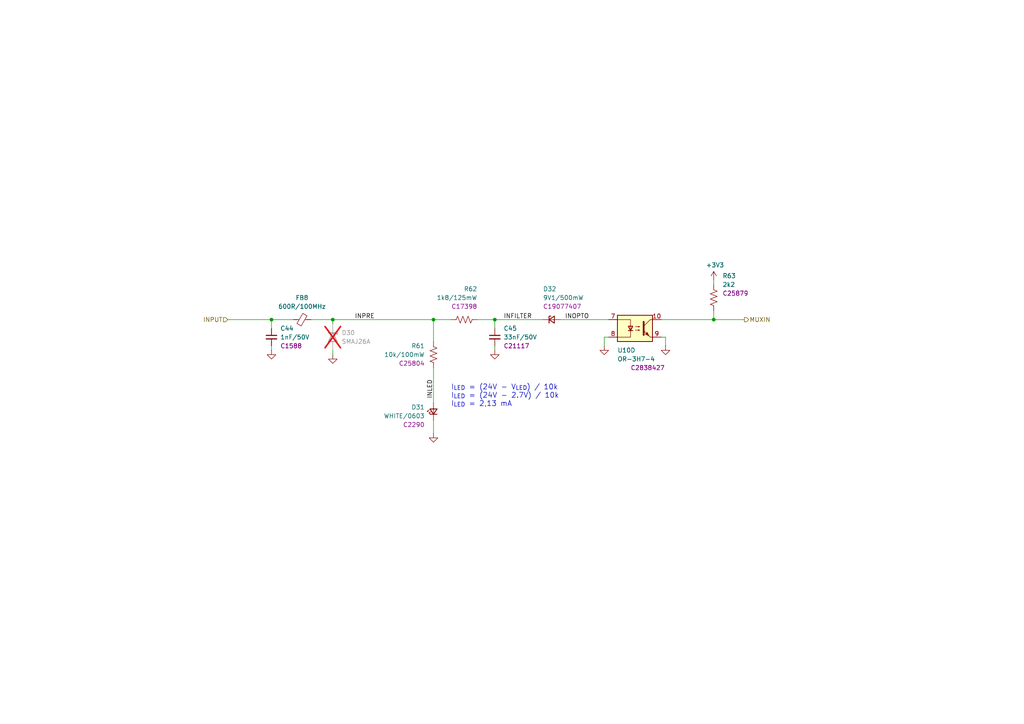
<source format=kicad_sch>
(kicad_sch (version 20250114) (generator "eeschema") (generator_version "9.0")
  (paper "A4")
  (title_block (title "ESP 24V 16xIn/16xOut/1-Wire Module") (date "2025-12-09") (rev "V5"))
  (lib_symbols
    (symbol "Device:C_Small" (pin_numbers (hide yes)) (pin_names (offset 0.254) (hide yes))
      (property "Reference" "C" (at 0.254 1.778 0))
      (property "Value" "C_Small" (at 0.254 -2.032 0))
      (symbol "C_Small_0_1"
        (polyline (pts (xy -1.524 0.508) (xy 1.524 0.508)) (stroke (width 0.3048)))
        (polyline (pts (xy -1.524 -0.508) (xy 1.524 -0.508)) (stroke (width 0.3302)))
      )
      (symbol "C_Small_1_1"
        (pin passive line (at 0 2.54 270) (length 2.032) (name "~") (number "1"))
        (pin passive line (at 0 -2.54 90) (length 2.032) (name "~") (number "2"))
      )
    )
    (symbol "Device:D_Zener_Small" (pin_numbers (hide yes)) (pin_names (offset 0.254) (hide yes))
      (property "Reference" "D" (at 0 2.286 0))
      (property "Value" "D_Zener_Small" (at 0 -2.286 0))
      (symbol "D_Zener_Small_0_1"
        (polyline (pts (xy -0.254 1.016) (xy -0.762 1.016) (xy -0.762 -1.016)) (stroke (width 0.254)))
        (polyline (pts (xy 0.762 1.016) (xy -0.762 0) (xy 0.762 -1.016) (xy 0.762 1.016)) (stroke (width 0.254)))
        (polyline (pts (xy 0.762 0) (xy -0.762 0)))
      )
      (symbol "D_Zener_Small_1_1"
        (pin passive line (at -2.54 0 0) (length 1.778) (name "K") (number "1"))
        (pin passive line (at 2.54 0 180) (length 1.778) (name "A") (number "2"))
      )
    )
    (symbol "Device:FerriteBead_Small" (pin_numbers (hide yes)) (pin_names (offset 0))
      (property "Reference" "FB" (at 1.905 1.27 0))
      (property "Value" "FerriteBead_Small" (at 1.905 -1.27 0))
      (symbol "FerriteBead_Small_0_1"
        (polyline (pts (xy -1.8288 0.2794) (xy -1.1176 1.4986) (xy 1.8288 -0.2032) (xy 1.1176 -1.4224) (xy -1.8288 0.2794)))
        (polyline (pts (xy 0 0.889) (xy 0 1.2954)))
        (polyline (pts (xy 0 -1.27) (xy 0 -0.7874)))
      )
      (symbol "FerriteBead_Small_1_1"
        (pin passive line (at 0 2.54 270) (length 1.27) (name "~") (number "1"))
        (pin passive line (at 0 -2.54 90) (length 1.27) (name "~") (number "2"))
      )
    )
    (symbol "Device:LED_Small" (pin_numbers (hide yes)) (pin_names (offset 0.254) (hide yes))
      (property "Reference" "D" (at -1.27 3.175 0))
      (property "Value" "LED_Small" (at -4.445 -2.54 0))
      (symbol "LED_Small_0_1"
        (polyline (pts (xy -0.762 -1.016) (xy -0.762 1.016)) (stroke (width 0.254)))
        (polyline (pts (xy 0 0.762) (xy -0.508 1.27) (xy -0.254 1.27) (xy -0.508 1.27) (xy -0.508 1.016)))
        (polyline (pts (xy 0.508 1.27) (xy 0 1.778) (xy 0.254 1.778) (xy 0 1.778) (xy 0 1.524)))
        (polyline (pts (xy 0.762 -1.016) (xy -0.762 0) (xy 0.762 1.016) (xy 0.762 -1.016)) (stroke (width 0.254)))
        (polyline (pts (xy 1.016 0) (xy -0.762 0)))
      )
      (symbol "LED_Small_1_1"
        (pin passive line (at -2.54 0 0) (length 1.778) (name "K") (number "1"))
        (pin passive line (at 2.54 0 180) (length 1.778) (name "A") (number "2"))
      )
    )
    (symbol "Device:R_US" (pin_numbers (hide yes)) (pin_names (offset 0))
      (property "Reference" "R" (at 2.54 0 90))
      (property "Value" "R_US" (at -2.54 0 90))
      (symbol "R_US_0_1"
        (polyline (pts (xy 0 2.286) (xy 0 2.54)))
        (polyline (pts (xy 0 2.286) (xy 1.016 1.905) (xy 0 1.524) (xy -1.016 1.143) (xy 0 0.762)))
        (polyline (pts (xy 0 0.762) (xy 1.016 0.381) (xy 0 0) (xy -1.016 -0.381) (xy 0 -0.762)))
        (polyline (pts (xy 0 -0.762) (xy 1.016 -1.143) (xy 0 -1.524) (xy -1.016 -1.905) (xy 0 -2.286)))
        (polyline (pts (xy 0 -2.286) (xy 0 -2.54)))
      )
      (symbol "R_US_1_1"
        (pin passive line (at 0 3.81 270) (length 1.27) (name "~") (number "1"))
        (pin passive line (at 0 -3.81 90) (length 1.27) (name "~") (number "2"))
      )
    )
    (symbol "Diode:SMAJ26A" (pin_numbers (hide yes)) (pin_names (offset 1.016) (hide yes))
      (property "Reference" "D" (at 0 2.54 0))
      (property "Value" "SMAJ26A" (at 0 -2.54 0))
      (symbol "SMAJ26A_0_1"
        (polyline (pts (xy -0.762 1.27) (xy -1.27 1.27) (xy -1.27 -1.27)) (stroke (width 0.254)))
        (polyline (pts (xy 1.27 1.27) (xy 1.27 -1.27) (xy -1.27 0) (xy 1.27 1.27)) (stroke (width 0.254)))
      )
      (symbol "SMAJ26A_1_1"
        (pin passive line (at -3.81 0 0) (length 2.54) (name "A1") (number "1"))
        (pin passive line (at 3.81 0 180) (length 2.54) (name "A2") (number "2"))
      )
    )
    (symbol "Tales:+3V3" (power) (pin_names (offset 0))
      (property "Value" "+3V3" (at 0 3.556 0))
      (symbol "+3V3_0_1"
        (polyline (pts (xy -0.762 1.27) (xy 0 2.54)))
        (polyline (pts (xy 0 2.54) (xy 0.762 1.27)))
        (polyline (pts (xy 0 0) (xy 0 2.54)))
      )
      (symbol "+3V3_1_1"
        (pin power_in line (at 0 0 90) (length 0) (hide yes) (name "+3.3V") (number "1"))
      )
    )
    (symbol "Tales:OR-3H7-4" (pin_names (offset 1.016))
      (property "Reference" "U" (at -5.08 5.08 0))
      (property "Value" "OR-3H7-4" (at 0 5.08 0))
      (symbol "OR-3H7-4_0_1"
        (rectangle (start -5.08 3.81) (end 5.08 -3.81) (stroke (width 0.254)) (fill (type background)))
        (polyline (pts (xy -5.08 2.54) (xy -1.27 2.54) (xy -1.27 -0.635)))
        (polyline (pts (xy -1.905 -0.635) (xy -0.635 -0.635)) (stroke (width 0.254)))
        (polyline (pts (xy -1.27 -0.635) (xy -1.27 -2.54) (xy -5.08 -2.54)))
        (polyline (pts (xy -1.27 -0.635) (xy -1.905 0.635) (xy -0.635 0.635) (xy -1.27 -0.635)) (stroke (width 0.254)))
        (polyline (pts (xy 0.127 0.508) (xy 1.397 0.508) (xy 1.016 0.381) (xy 1.016 0.635) (xy 1.397 0.508)))
        (polyline (pts (xy 0.127 -0.508) (xy 1.397 -0.508) (xy 1.016 -0.635) (xy 1.016 -0.381) (xy 1.397 -0.508)))
        (polyline (pts (xy 2.54 1.905) (xy 2.54 -1.905) (xy 2.54 -1.905)) (stroke (width 0.508)))
        (polyline (pts (xy 2.54 0.635) (xy 4.445 2.54)))
        (polyline (pts (xy 3.048 -1.651) (xy 3.556 -1.143) (xy 4.064 -2.159) (xy 3.048 -1.651) (xy 3.048 -1.651)) (fill (type outline)))
        (polyline (pts (xy 4.445 2.54) (xy 5.08 2.54)))
        (polyline (pts (xy 4.445 -2.54) (xy 2.54 -0.635)) (fill (type outline)))
        (polyline (pts (xy 4.445 -2.54) (xy 5.08 -2.54)))
      )
      (symbol "OR-3H7-4_1_1"
        (pin passive line (at -7.62 2.54 0) (length 2.54) (name "~") (number "1"))
        (pin passive line (at -7.62 -2.54 0) (length 2.54) (name "~") (number "2"))
        (pin passive line (at 7.62 2.54 180) (length 2.54) (name "~") (number "16"))
        (pin passive line (at 7.62 -2.54 180) (length 2.54) (name "~") (number "15"))
      )
      (symbol "OR-3H7-4_2_1"
        (pin passive line (at -7.62 2.54 0) (length 2.54) (name "~") (number "3"))
        (pin passive line (at -7.62 -2.54 0) (length 2.54) (name "~") (number "4"))
        (pin passive line (at 7.62 2.54 180) (length 2.54) (name "~") (number "14"))
        (pin passive line (at 7.62 -2.54 180) (length 2.54) (name "~") (number "13"))
      )
      (symbol "OR-3H7-4_3_1"
        (pin passive line (at -7.62 2.54 0) (length 2.54) (name "~") (number "5"))
        (pin passive line (at -7.62 -2.54 0) (length 2.54) (name "~") (number "6"))
        (pin passive line (at 7.62 2.54 180) (length 2.54) (name "~") (number "12"))
        (pin passive line (at 7.62 -2.54 180) (length 2.54) (name "~") (number "11"))
      )
      (symbol "OR-3H7-4_4_1"
        (pin passive line (at -7.62 2.54 0) (length 2.54) (name "~") (number "7"))
        (pin passive line (at -7.62 -2.54 0) (length 2.54) (name "~") (number "8"))
        (pin passive line (at 7.62 2.54 180) (length 2.54) (name "~") (number "10"))
        (pin passive line (at 7.62 -2.54 180) (length 2.54) (name "~") (number "9"))
      )
    )
    (symbol "power:GND" (power) (pin_numbers (hide yes)) (pin_names (offset 0) (hide yes))
      (property "Value" "GND" (at 0 -3.81 0))
      (symbol "GND_0_1"
        (polyline (pts (xy 0 0) (xy 0 -1.27) (xy 1.27 -1.27) (xy 0 -2.54) (xy -1.27 -1.27) (xy 0 -1.27)))
      )
      (symbol "GND_1_1"
        (pin power_in line (at 0 0 270) (length 0) (name "~") (number "1"))
      )
    )
  )
  (text "I_{LED} = (24V - V_{LED}) / 10k\nI_{LED} = (24V - 2.7V) / 10k\nI_{LED} = 2,13 mA" (at 130.81 118.11 0) (effects (font (size 1.5 1.5)) (justify left bottom)))
  (junction (at 96.52 92.71))
  (junction (at 78.74 92.71))
  (junction (at 143.51 92.71))
  (junction (at 125.73 92.71))
  (junction (at 207.01 92.71))
  (wire (pts (xy 96.52 92.71) (xy 96.52 93.98)))
  (wire (pts (xy 193.04 97.79) (xy 193.04 100.33)))
  (wire (pts (xy 191.77 92.71) (xy 207.01 92.71)))
  (wire (pts (xy 138.43 92.71) (xy 143.51 92.71)))
  (wire (pts (xy 207.01 81.28) (xy 207.01 82.55)))
  (wire (pts (xy 207.01 92.71) (xy 215.9 92.71)))
  (wire (pts (xy 207.01 90.17) (xy 207.01 92.71)))
  (wire (pts (xy 162.56 92.71) (xy 176.53 92.71)))
  (wire (pts (xy 143.51 100.33) (xy 143.51 101.6)))
  (wire (pts (xy 125.73 121.92) (xy 125.73 125.73)))
  (wire (pts (xy 96.52 101.6) (xy 96.52 102.87)))
  (wire (pts (xy 143.51 95.25) (xy 143.51 92.71)))
  (wire (pts (xy 143.51 92.71) (xy 157.48 92.71)))
  (wire (pts (xy 66.04 92.71) (xy 78.74 92.71)))
  (wire (pts (xy 125.73 92.71) (xy 125.73 99.06)))
  (wire (pts (xy 125.73 106.68) (xy 125.73 116.84)))
  (wire (pts (xy 96.52 92.71) (xy 125.73 92.71)))
  (wire (pts (xy 191.77 97.79) (xy 193.04 97.79)))
  (wire (pts (xy 175.26 97.79) (xy 175.26 100.33)))
  (wire (pts (xy 78.74 92.71) (xy 85.09 92.71)))
  (wire (pts (xy 78.74 92.71) (xy 78.74 95.25)))
  (wire (pts (xy 176.53 97.79) (xy 175.26 97.79)))
  (wire (pts (xy 125.73 92.71) (xy 130.81 92.71)))
  (wire (pts (xy 90.17 92.71) (xy 96.52 92.71)))
  (wire (pts (xy 78.74 100.33) (xy 78.74 101.6)))
  (label "INOPTO" (at 163.83 92.71 0))
  (label "INLED" (at 125.73 115.57 90))
  (label "INPRE" (at 102.87 92.71 0))
  (label "INFILTER" (at 146.05 92.71 0))
  (hierarchical_label "INPUT" (shape input) (at 66.04 92.71 180))
  (hierarchical_label "MUXIN" (shape output) (at 215.9 92.71 0))
  (symbol (lib_id "Tales:OR-3H7-4") (at 184.15 95.25 0) (unit 1)
    (property "Reference" "U9" (at 179.07 101.6 0) (effects (justify left)))
    (property "Value" "OR-3H7-4" (at 179.07 104.14 0) (effects (justify left)))
    (property "Footprint" "Tales:SOP-16_4.4x10.4mm_P1.27mm" (effects (hide yes)))
    (property "Description" "Quad DC Optocoupler, Vce 80V, CTR 100%, SOP16" (effects (hide yes)))
    (property "JLCPCB BOM" "1" (effects (hide yes)))
    (property "LCSC Part #" "C2838427" (at 182.88 106.68 0) (effects (justify left)))
    (property "Mfr PN" "OR-3H7-4GB-TA1-G" (effects (hide yes)))
    (property "Vendor PN" "C2838427" (effects (hide yes)))
    (property "Case" "SOP-16-4.4" (effects (hide yes)))
    (property "Mfr" "Orient" (effects (hide yes)))
    (property "Vendor" "JLCPCB" (effects (hide yes)))
    (instances (project "esp-24v-16ch-v5" (path "" (reference "U10") (unit 4)) (path "" (reference "U9") (unit 4)) (path "" (reference "U10") (unit 1)) (path "" (reference "U10") (unit 2)) (path "" (reference "U9") (unit 2)) (path "" (reference "U10") (unit 3)) (path "" (reference "U9") (unit 1)) (path "" (reference "U9") (unit 3))))
  )
  (symbol (lib_id "Device:D_Zener_Small") (at 160.02 92.71 0) (unit 1)
    (property "Reference" "D11" (at 157.48 83.82 0) (effects (justify left)))
    (property "Value" "9V1/500mW" (at 157.48 86.36 0) (effects (justify left)))
    (property "Footprint" "Tales:D_SOD-123" (effects (hide yes)))
    (property "Description" "Zener diode, small symbol" (effects (hide yes)))
    (property "Case" "SOD-123" (effects (hide yes)))
    (property "Mfr" "hongjiacheng" (effects (hide yes)))
    (property "Mfr PN" "BZT52C9V1" (effects (hide yes)))
    (property "Technology" "Zener" (effects (hide yes)))
    (property "Vendor" "JLCPCB" (effects (hide yes)))
    (property "Vendor PN" "C19077407" (effects (hide yes)))
    (property "JLCPCB BOM" "1" (effects (hide yes)))
    (property "LCSC Part #" "C19077407" (at 157.48 88.9 0) (effects (justify left)))
    (instances (project "esp-24v-16ch-v5" (path "" (reference "D32") (unit 1)) (path "" (reference "D20") (unit 1)) (path "" (reference "D23") (unit 1)) (path "" (reference "D26") (unit 1)) (path "" (reference "D14") (unit 1)) (path "" (reference "D29") (unit 1)) (path "" (reference "D11") (unit 1)) (path "" (reference "D17") (unit 1))))
  )
  (symbol (lib_id "Diode:SMAJ26A") (at 96.52 97.79 270) (unit 1) (in_bom no) (on_board no) (dnp yes)
    (property "Reference" "D9" (at 99.06 96.5199 90) (effects (justify left)))
    (property "Value" "SMAJ26A" (at 99.06 99.0599 90) (effects (justify left)))
    (property "Footprint" "Diode_SMD:D_SMA" (effects (hide yes)))
    (property "Datasheet" "https://www.littelfuse.com/media?resourcetype=datasheets&itemid=75e32973-b177-4ee3-a0ff-cedaf1abdb93&filename=smaj-datasheet" (effects (hide yes)))
    (property "Description" "400W unidirectional Transient Voltage Suppressor, 26.0Vr, SMA(DO-214AC)" (effects (hide yes)))
    (property "Case" "SMA" (effects (hide yes)))
    (property "JLCPCB BOM" "1" (effects (hide yes)))
    (property "LCSC Part #" "C19077543" (effects (hide yes)))
    (property "Mfr" "hongjiacheng" (effects (hide yes)))
    (property "Mfr PN" "SMAJ26A" (effects (hide yes)))
    (property "Technology" "TVS" (effects (hide yes)))
    (property "Vendor" "JLCPCB" (effects (hide yes)))
    (property "Vendor PN" "C19077543" (effects (hide yes)))
    (instances (project "esp-24v-16ch-v5" (path "" (reference "D30") (unit 1)) (path "" (reference "D18") (unit 1)) (path "" (reference "D21") (unit 1)) (path "" (reference "D24") (unit 1)) (path "" (reference "D12") (unit 1)) (path "" (reference "D27") (unit 1)) (path "" (reference "D9") (unit 1)) (path "" (reference "D15") (unit 1))))
  )
  (symbol (lib_id "power:GND") (at 125.73 125.73 0) (unit 1)
    (property "Reference" "#PWR03" (effects (hide yes)))
    (property "Value" "GND" (effects (hide yes)))
    (property "Description" "Power symbol creates a global label with name \"GND\" , ground" (effects (hide yes)))
    (instances (project "esp-24v-16ch-v5" (path "" (reference "#PWR052") (unit 1)) (path "" (reference "#PWR024") (unit 1)) (path "" (reference "#PWR031") (unit 1)) (path "" (reference "#PWR038") (unit 1)) (path "" (reference "#PWR010") (unit 1)) (path "" (reference "#PWR045") (unit 1)) (path "" (reference "#PWR03") (unit 1)) (path "" (reference "#PWR017") (unit 1))))
  )
  (symbol (lib_id "power:GND") (at 193.04 100.33 0) (unit 1)
    (property "Reference" "#PWR06" (effects (hide yes)))
    (property "Value" "GND" (effects (hide yes)))
    (property "Description" "Power symbol creates a global label with name \"GND\" , ground" (effects (hide yes)))
    (instances (project "esp-24v-16ch-v5" (path "" (reference "#PWR055") (unit 1)) (path "" (reference "#PWR027") (unit 1)) (path "" (reference "#PWR034") (unit 1)) (path "" (reference "#PWR041") (unit 1)) (path "" (reference "#PWR013") (unit 1)) (path "" (reference "#PWR048") (unit 1)) (path "" (reference "#PWR06") (unit 1)) (path "" (reference "#PWR020") (unit 1))))
  )
  (symbol (lib_id "Tales:+3V3") (at 207.01 81.28 0) (unit 1)
    (property "Reference" "#PWR07" (effects (hide yes)))
    (property "Value" "+3V3" (at 207.391 76.8858 0))
    (property "Description" "Power symbol creates a global label with name \"+3V3\"" (effects (hide yes)))
    (instances (project "esp-24v-16ch-v5" (path "" (reference "#PWR056") (unit 1)) (path "" (reference "#PWR028") (unit 1)) (path "" (reference "#PWR035") (unit 1)) (path "" (reference "#PWR042") (unit 1)) (path "" (reference "#PWR014") (unit 1)) (path "" (reference "#PWR049") (unit 1)) (path "" (reference "#PWR07") (unit 1)) (path "" (reference "#PWR021") (unit 1))))
  )
  (symbol (lib_id "Device:R_US") (at 207.01 86.36 0) (unit 1)
    (property "Reference" "R42" (at 209.55 80.01 0) (effects (justify left)))
    (property "Value" "2k2" (at 209.55 82.55 0) (effects (justify left)))
    (property "Footprint" "Tales:R_0402_1005Metric" (effects (hide yes)))
    (property "Description" "Resistor, US symbol" (effects (hide yes)))
    (property "Case" "0402/1005" (effects (hide yes)))
    (property "Mfr" "Uniroyal" (effects (hide yes)))
    (property "Vendor" "JLCPCB" (effects (hide yes)))
    (property "Mfr PN" "0402WGF2201TCE" (effects (hide yes)))
    (property "Technology" "1%" (effects (hide yes)))
    (property "Vendor PN" "C25879" (effects (hide yes)))
    (property "LCSC Part #" "C25879" (at 209.55 85.09 0) (effects (justify left)))
    (property "JLCPCB BOM" "1" (effects (hide yes)))
    (instances (project "esp-24v-16ch-v5" (path "" (reference "R63") (unit 1)) (path "" (reference "R51") (unit 1)) (path "" (reference "R54") (unit 1)) (path "" (reference "R57") (unit 1)) (path "" (reference "R45") (unit 1)) (path "" (reference "R60") (unit 1)) (path "" (reference "R42") (unit 1)) (path "" (reference "R48") (unit 1))))
  )
  (symbol (lib_id "power:GND") (at 175.26 100.33 0) (unit 1)
    (property "Reference" "#PWR05" (effects (hide yes)))
    (property "Value" "GND" (effects (hide yes)))
    (property "Description" "Power symbol creates a global label with name \"GND\" , ground" (effects (hide yes)))
    (instances (project "esp-24v-16ch-v5" (path "" (reference "#PWR054") (unit 1)) (path "" (reference "#PWR026") (unit 1)) (path "" (reference "#PWR033") (unit 1)) (path "" (reference "#PWR040") (unit 1)) (path "" (reference "#PWR012") (unit 1)) (path "" (reference "#PWR047") (unit 1)) (path "" (reference "#PWR05") (unit 1)) (path "" (reference "#PWR019") (unit 1))))
  )
  (symbol (lib_id "Device:C_Small") (at 78.74 97.79 0) (unit 1)
    (property "Reference" "C30" (at 81.28 95.2562 0) (effects (justify left)))
    (property "Value" "1nF/50V" (at 81.28 97.7962 0) (effects (justify left)))
    (property "Footprint" "Tales:C_0603_1608Metric" (effects (hide yes)))
    (property "Description" "Unpolarized capacitor, small symbol" (effects (hide yes)))
    (property "Technology" "Ceramic X7R" (effects (hide yes)))
    (property "Case" "0603/1608" (effects (hide yes)))
    (property "Mfr" "Samsung" (effects (hide yes)))
    (property "Mfr PN" "CL10B102KB8NNNC" (effects (hide yes)))
    (property "Vendor" "JLCPCB" (effects (hide yes)))
    (property "Vendor PN" "C1588" (effects (hide yes)))
    (property "LCSC Part #" "C1588" (at 81.28 100.3362 0) (effects (justify left)))
    (property "JLCPCB BOM" "1" (effects (hide yes)))
    (instances (project "esp-24v-16ch-v5" (path "" (reference "C44") (unit 1)) (path "" (reference "C36") (unit 1)) (path "" (reference "C38") (unit 1)) (path "" (reference "C40") (unit 1)) (path "" (reference "C32") (unit 1)) (path "" (reference "C42") (unit 1)) (path "" (reference "C30") (unit 1)) (path "" (reference "C34") (unit 1))))
  )
  (symbol (lib_id "power:GND") (at 143.51 101.6 0) (unit 1)
    (property "Reference" "#PWR04" (effects (hide yes)))
    (property "Value" "GND" (effects (hide yes)))
    (property "Description" "Power symbol creates a global label with name \"GND\" , ground" (effects (hide yes)))
    (instances (project "esp-24v-16ch-v5" (path "" (reference "#PWR053") (unit 1)) (path "" (reference "#PWR025") (unit 1)) (path "" (reference "#PWR032") (unit 1)) (path "" (reference "#PWR039") (unit 1)) (path "" (reference "#PWR011") (unit 1)) (path "" (reference "#PWR046") (unit 1)) (path "" (reference "#PWR04") (unit 1)) (path "" (reference "#PWR018") (unit 1))))
  )
  (symbol (lib_id "Device:FerriteBead_Small") (at 87.63 92.71 90) (unit 1)
    (property "Reference" "FB1" (at 87.5919 86.36 90))
    (property "Value" "600R/100MHz" (at 87.5919 88.9 90))
    (property "Footprint" "Tales:R_0603_1608Metric" (effects (hide yes)))
    (property "Description" "Ferrite bead, small symbol" (effects (hide yes)))
    (property "Case" "0603/1608" (effects (hide yes)))
    (property "JLCPCB BOM" "1" (effects (hide yes)))
    (property "LCSC Part #" "C85833" (effects (hide yes)))
    (property "Mfr" "Murata Electronics" (effects (hide yes)))
    (property "Mfr PN" "BLM18KG601SN1D" (effects (hide yes)))
    (property "Technology" "Ferrite Bead" (effects (hide yes)))
    (property "Vendor" "JLCPCB" (effects (hide yes)))
    (property "Vendor PN" "C85833" (effects (hide yes)))
    (instances (project "esp-24v-16ch-v5" (path "" (reference "FB8") (unit 1)) (path "" (reference "FB4") (unit 1)) (path "" (reference "FB5") (unit 1)) (path "" (reference "FB6") (unit 1)) (path "" (reference "FB2") (unit 1)) (path "" (reference "FB7") (unit 1)) (path "" (reference "FB1") (unit 1)) (path "" (reference "FB3") (unit 1))))
  )
  (symbol (lib_id "Device:LED_Small") (at 125.73 119.38 90) (unit 1)
    (property "Reference" "D10" (at 123.19 118.11 90) (effects (justify left)))
    (property "Value" "WHITE/0603" (at 123.19 120.65 90) (effects (justify left)))
    (property "Footprint" "Tales:LED_0603_1608Metric" (effects (hide yes)))
    (property "Description" "Light emitting diode, small symbol" (effects (hide yes)))
    (property "Case" "0603/1608" (effects (hide yes)))
    (property "Mfr" "Hubei KENTO Elec" (effects (hide yes)))
    (property "Mfr PN" "KT-0603W" (effects (hide yes)))
    (property "Vendor" "JLCPCB" (effects (hide yes)))
    (property "Vendor PN" "C2290" (effects (hide yes)))
    (property "LCSC Part #" "C2290" (at 123.19 123.19 90) (effects (justify left)))
    (property "JLCPCB BOM" "1" (effects (hide yes)))
    (property "Sim.Pin" "1=K 2=A" (effects (hide yes)))
    (instances (project "esp-24v-16ch-v5" (path "" (reference "D31") (unit 1)) (path "" (reference "D19") (unit 1)) (path "" (reference "D22") (unit 1)) (path "" (reference "D25") (unit 1)) (path "" (reference "D13") (unit 1)) (path "" (reference "D28") (unit 1)) (path "" (reference "D10") (unit 1)) (path "" (reference "D16") (unit 1))))
  )
  (symbol (lib_id "Device:C_Small") (at 143.51 97.79 0) (unit 1)
    (property "Reference" "C31" (at 146.05 95.2562 0) (effects (justify left)))
    (property "Value" "33nF/50V" (at 146.05 97.7962 0) (effects (justify left)))
    (property "Footprint" "Tales:C_0603_1608Metric" (effects (hide yes)))
    (property "Description" "Unpolarized capacitor, small symbol" (effects (hide yes)))
    (property "Technology" "Ceramic X7R" (effects (hide yes)))
    (property "Case" "0603/1608" (effects (hide yes)))
    (property "Mfr" "Samsung" (effects (hide yes)))
    (property "Mfr PN" "CL10B333KB8NNNC" (effects (hide yes)))
    (property "Vendor" "JLCPCB" (effects (hide yes)))
    (property "Vendor PN" "C21117" (effects (hide yes)))
    (property "LCSC Part #" "C21117" (at 146.05 100.3362 0) (effects (justify left)))
    (property "JLCPCB BOM" "1" (effects (hide yes)))
    (instances (project "esp-24v-16ch-v5" (path "" (reference "C45") (unit 1)) (path "" (reference "C37") (unit 1)) (path "" (reference "C39") (unit 1)) (path "" (reference "C41") (unit 1)) (path "" (reference "C33") (unit 1)) (path "" (reference "C43") (unit 1)) (path "" (reference "C31") (unit 1)) (path "" (reference "C35") (unit 1))))
  )
  (symbol (lib_id "Device:R_US") (at 125.73 102.87 0) (unit 1)
    (property "Reference" "R40" (at 123.19 100.33 0) (effects (justify right)))
    (property "Value" "10k/100mW" (at 123.19 102.87 0) (effects (justify right)))
    (property "Footprint" "Tales:R_0603_1608Metric" (effects (hide yes)))
    (property "Description" "Resistor, US symbol" (effects (hide yes)))
    (property "Case" "0603/1608" (effects (hide yes)))
    (property "Mfr" "Uniroyal" (effects (hide yes)))
    (property "Mfr PN" "0603WAF1002T5E" (effects (hide yes)))
    (property "Vendor" "JLCPCB" (effects (hide yes)))
    (property "Vendor PN" "C25804" (effects (hide yes)))
    (property "Technology" "1%" (effects (hide yes)))
    (property "LCSC Part #" "C25804" (at 123.19 105.41 0) (effects (justify right)))
    (property "JLCPCB BOM" "1" (effects (hide yes)))
    (instances (project "esp-24v-16ch-v5" (path "" (reference "R61") (unit 1)) (path "" (reference "R49") (unit 1)) (path "" (reference "R52") (unit 1)) (path "" (reference "R55") (unit 1)) (path "" (reference "R43") (unit 1)) (path "" (reference "R58") (unit 1)) (path "" (reference "R40") (unit 1)) (path "" (reference "R46") (unit 1))))
  )
  (symbol (lib_id "power:GND") (at 78.74 101.6 0) (unit 1)
    (property "Reference" "#PWR01" (effects (hide yes)))
    (property "Value" "GND" (effects (hide yes)))
    (property "Description" "Power symbol creates a global label with name \"GND\" , ground" (effects (hide yes)))
    (instances (project "esp-24v-16ch-v5" (path "" (reference "#PWR050") (unit 1)) (path "" (reference "#PWR022") (unit 1)) (path "" (reference "#PWR029") (unit 1)) (path "" (reference "#PWR036") (unit 1)) (path "" (reference "#PWR08") (unit 1)) (path "" (reference "#PWR043") (unit 1)) (path "" (reference "#PWR01") (unit 1)) (path "" (reference "#PWR015") (unit 1))))
  )
  (symbol (lib_id "Device:R_US") (at 134.62 92.71 270) (unit 1)
    (property "Reference" "R41" (at 138.43 83.82 90) (effects (justify right)))
    (property "Value" "1k8/125mW" (at 138.43 86.36 90) (effects (justify right)))
    (property "Footprint" "Tales:R_0805_2012Metric" (effects (hide yes)))
    (property "Description" "Resistor, US symbol" (effects (hide yes)))
    (property "Case" "0805/2012" (effects (hide yes)))
    (property "Mfr" "Uniroyal" (effects (hide yes)))
    (property "Vendor" "JLCPCB" (effects (hide yes)))
    (property "Mfr PN" "0805W8F1801T5E" (effects (hide yes)))
    (property "Technology" "1%" (effects (hide yes)))
    (property "Vendor PN" "C17398" (effects (hide yes)))
    (property "LCSC Part #" "C17398" (at 138.43 88.9 90) (effects (justify right)))
    (property "JLCPCB BOM" "1" (effects (hide yes)))
    (instances (project "esp-24v-16ch-v5" (path "" (reference "R62") (unit 1)) (path "" (reference "R50") (unit 1)) (path "" (reference "R53") (unit 1)) (path "" (reference "R56") (unit 1)) (path "" (reference "R44") (unit 1)) (path "" (reference "R59") (unit 1)) (path "" (reference "R41") (unit 1)) (path "" (reference "R47") (unit 1))))
  )
  (symbol (lib_id "power:GND") (at 96.52 102.87 0) (unit 1)
    (property "Reference" "#PWR02" (effects (hide yes)))
    (property "Value" "GND" (effects (hide yes)))
    (property "Description" "Power symbol creates a global label with name \"GND\" , ground" (effects (hide yes)))
    (instances (project "esp-24v-16ch-v5" (path "" (reference "#PWR051") (unit 1)) (path "" (reference "#PWR023") (unit 1)) (path "" (reference "#PWR030") (unit 1)) (path "" (reference "#PWR037") (unit 1)) (path "" (reference "#PWR09") (unit 1)) (path "" (reference "#PWR044") (unit 1)) (path "" (reference "#PWR02") (unit 1)) (path "" (reference "#PWR016") (unit 1))))
  )
)
</source>
